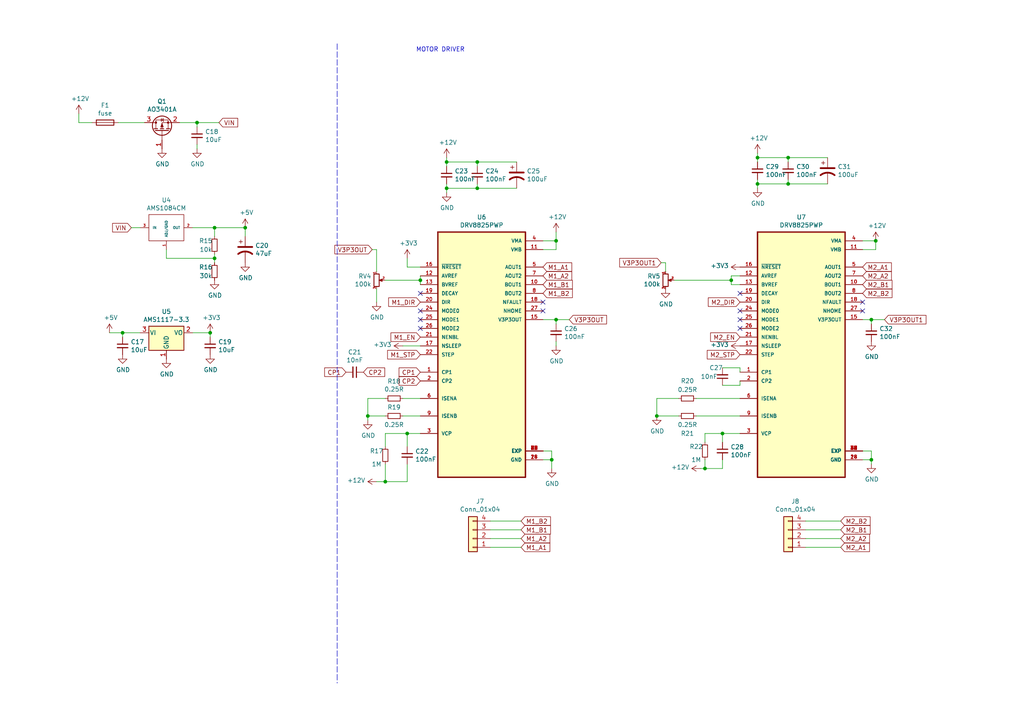
<source format=kicad_sch>
(kicad_sch (version 20211123) (generator eeschema)
  (paper "A4")
  (lib_symbols
    (symbol "Connector_Generic:Conn_01x04" (pin_names (offset 1.016) hide)
      (property "Reference" "J" (at 0 5.08 0))
      (property "Value" "Conn_01x04" (at 0 -7.62 0))
      (symbol "Conn_01x04_1_1"
        (rectangle (start -1.27 -4.953) (end 0 -5.207) (stroke (width 0.1524)))
        (rectangle (start -1.27 -2.413) (end 0 -2.667) (stroke (width 0.1524)))
        (rectangle (start -1.27 0.127) (end 0 -0.127) (stroke (width 0.1524)))
        (rectangle (start -1.27 2.667) (end 0 2.413) (stroke (width 0.1524)))
        (rectangle (start -1.27 3.81) (end 1.27 -6.35) (stroke (width 0.254)) (fill (type background)))
        (pin passive line (at -5.08 2.54 0) (length 3.81) (name "Pin_1") (number "1"))
        (pin passive line (at -5.08 0 0) (length 3.81) (name "Pin_2") (number "2"))
        (pin passive line (at -5.08 -2.54 0) (length 3.81) (name "Pin_3") (number "3"))
        (pin passive line (at -5.08 -5.08 0) (length 3.81) (name "Pin_4") (number "4"))
      )
    )
    (symbol "Device:CP1" (pin_numbers hide) (pin_names (offset 0.254) hide)
      (property "Reference" "C" (at 0.635 2.54 0))
      (property "Value" "Device_CP1" (at 0.635 -2.54 0))
      (symbol "CP1_0_1"
        (polyline (pts (xy -2.032 0.762) (xy 2.032 0.762)) (stroke (width 0.508)))
        (polyline (pts (xy -1.778 2.286) (xy -0.762 2.286)))
        (polyline (pts (xy -1.27 1.778) (xy -1.27 2.794)))
        (arc (start 2.032 -1.27) (mid 0 -0.5572) (end -2.032 -1.27) (stroke (width 0.508)))
      )
      (symbol "CP1_1_1"
        (pin passive line (at 0 3.81 270) (length 2.794) (name "~") (number "1"))
        (pin passive line (at 0 -3.81 90) (length 3.302) (name "~") (number "2"))
      )
    )
    (symbol "Device:C_Small" (pin_numbers hide) (pin_names (offset 0.254) hide)
      (property "Reference" "C" (at 0.254 1.778 0))
      (property "Value" "C_Small" (at 0.254 -2.032 0))
      (symbol "C_Small_0_1"
        (polyline (pts (xy -1.524 -0.508) (xy 1.524 -0.508)) (stroke (width 0.3302)))
        (polyline (pts (xy -1.524 0.508) (xy 1.524 0.508)) (stroke (width 0.3048)))
      )
      (symbol "C_Small_1_1"
        (pin passive line (at 0 2.54 270) (length 2.032) (name "~") (number "1"))
        (pin passive line (at 0 -2.54 90) (length 2.032) (name "~") (number "2"))
      )
    )
    (symbol "Device:Fuse" (pin_numbers hide) (pin_names (offset 0))
      (property "Reference" "F" (at 2.032 0 90))
      (property "Value" "Fuse" (at -1.905 0 90))
      (symbol "Fuse_0_1"
        (rectangle (start -0.762 -2.54) (end 0.762 2.54) (stroke (width 0.254)))
        (polyline (pts (xy 0 2.54) (xy 0 -2.54)))
      )
      (symbol "Fuse_1_1"
        (pin passive line (at 0 3.81 270) (length 1.27) (name "~") (number "1"))
        (pin passive line (at 0 -3.81 90) (length 1.27) (name "~") (number "2"))
      )
    )
    (symbol "Device:R_POT_Small" (pin_names (offset 1.016) hide)
      (property "Reference" "RV" (at -4.445 0 90))
      (property "Value" "Device_R_POT_Small" (at -2.54 0 90))
      (symbol "R_POT_Small_0_1"
        (polyline (pts (xy 0.889 0) (xy 0.635 0) (xy 1.651 0.381) (xy 1.651 -0.381) (xy 0.635 0) (xy 0.889 0)) (fill (type outline)))
        (rectangle (start 0.762 1.8034) (end -0.762 -1.8034) (stroke (width 0.254)))
      )
      (symbol "R_POT_Small_1_1"
        (pin passive line (at 0 2.54 270) (length 0.635) (name "1") (number "1"))
        (pin passive line (at 2.54 0 180) (length 0.9906) (name "2") (number "2"))
        (pin passive line (at 0 -2.54 90) (length 0.635) (name "3") (number "3"))
      )
    )
    (symbol "Device:R_Small" (pin_numbers hide) (pin_names (offset 0.254) hide)
      (property "Reference" "R" (at 0.762 0.508 0))
      (property "Value" "R_Small" (at 0.762 -1.016 0))
      (symbol "R_Small_0_1"
        (rectangle (start -0.762 1.778) (end 0.762 -1.778) (stroke (width 0.2032)))
      )
      (symbol "R_Small_1_1"
        (pin passive line (at 0 2.54 270) (length 0.762) (name "~") (number "1"))
        (pin passive line (at 0 -2.54 90) (length 0.762) (name "~") (number "2"))
      )
    )
    (symbol "MBR-rescue:AMS1084CM-kicad_my_own_lib" (pin_names (offset 1.016))
      (property "Reference" "U" (at 0 5.08 0))
      (property "Value" "AMS1084CM-kicad_my_own_lib" (at 0 -7.62 0))
      (symbol "AMS1084CM-kicad_my_own_lib_0_0"
        (rectangle (start 5.08 -3.81) (end -5.08 3.81))
      )
      (symbol "AMS1084CM-kicad_my_own_lib_1_0"
        (pin passive line (at 0 -6.35 90) (length 2.54) (name "ADJ/GND") (number "1"))
        (pin passive line (at 7.62 0 180) (length 2.54) (name "OUT") (number "2"))
        (pin passive line (at -7.62 0 0) (length 2.54) (name "IN") (number "3"))
      )
    )
    (symbol "MBR-rescue:DRV8825PWP-DRV8825PWP" (pin_names (offset 1.016))
      (property "Reference" "U" (at -12.7 36.5506 0))
      (property "Value" "DRV8825PWP-DRV8825PWP" (at -12.7 -39.5478 0))
      (symbol "DRV8825PWP-DRV8825PWP_0_0"
        (rectangle (start -12.7 -35.56) (end 12.7 35.56) (stroke (width 0.4064)) (fill (type background)))
        (pin bidirectional line (at -17.78 -5.08 0) (length 5.08) (name "CP1") (number "1"))
        (pin output line (at 17.78 20.32 180) (length 5.08) (name "BOUT1") (number "10"))
        (pin power_in line (at 17.78 30.48 180) (length 5.08) (name "VMB") (number "11"))
        (pin input line (at -17.78 22.86 0) (length 5.08) (name "AVREF") (number "12"))
        (pin input line (at -17.78 20.32 0) (length 5.08) (name "BVREF") (number "13"))
        (pin power_in line (at 17.78 -30.48 180) (length 5.08) (name "GND") (number "14"))
        (pin output line (at 17.78 10.16 180) (length 5.08) (name "V3P3OUT") (number "15"))
        (pin input line (at -17.78 25.4 0) (length 5.08) (name "~{NRESET}") (number "16"))
        (pin input line (at -17.78 2.54 0) (length 5.08) (name "NSLEEP") (number "17"))
        (pin output line (at 17.78 15.24 180) (length 5.08) (name "NFAULT") (number "18"))
        (pin input line (at -17.78 17.78 0) (length 5.08) (name "DECAY") (number "19"))
        (pin bidirectional line (at -17.78 -7.62 0) (length 5.08) (name "CP2") (number "2"))
        (pin input line (at -17.78 15.24 0) (length 5.08) (name "DIR") (number "20"))
        (pin input line (at -17.78 5.08 0) (length 5.08) (name "NENBL") (number "21"))
        (pin input line (at -17.78 0 0) (length 5.08) (name "STEP") (number "22"))
        (pin input line (at -17.78 12.7 0) (length 5.08) (name "MODE0") (number "24"))
        (pin input line (at -17.78 10.16 0) (length 5.08) (name "MODE1") (number "25"))
        (pin input line (at -17.78 7.62 0) (length 5.08) (name "MODE2") (number "26"))
        (pin output line (at 17.78 12.7 180) (length 5.08) (name "NHOME") (number "27"))
        (pin power_in line (at 17.78 -30.48 180) (length 5.08) (name "GND") (number "28"))
        (pin power_in line (at 17.78 -27.94 180) (length 5.08) (name "EXP") (number "29"))
        (pin bidirectional line (at -17.78 -22.86 0) (length 5.08) (name "VCP") (number "3"))
        (pin power_in line (at 17.78 -27.94 180) (length 5.08) (name "EXP") (number "30"))
        (pin power_in line (at 17.78 -27.94 180) (length 5.08) (name "EXP") (number "31"))
        (pin power_in line (at 17.78 -27.94 180) (length 5.08) (name "EXP") (number "32"))
        (pin power_in line (at 17.78 -27.94 180) (length 5.08) (name "EXP") (number "33"))
        (pin power_in line (at 17.78 -27.94 180) (length 5.08) (name "EXP") (number "34"))
        (pin power_in line (at 17.78 -27.94 180) (length 5.08) (name "EXP") (number "35"))
        (pin power_in line (at 17.78 -27.94 180) (length 5.08) (name "EXP") (number "36"))
        (pin power_in line (at 17.78 -27.94 180) (length 5.08) (name "EXP") (number "37"))
        (pin power_in line (at 17.78 -27.94 180) (length 5.08) (name "EXP") (number "38"))
        (pin power_in line (at 17.78 -27.94 180) (length 5.08) (name "EXP") (number "39"))
        (pin power_in line (at 17.78 33.02 180) (length 5.08) (name "VMA") (number "4"))
        (pin power_in line (at 17.78 -27.94 180) (length 5.08) (name "EXP") (number "40"))
        (pin power_in line (at 17.78 -27.94 180) (length 5.08) (name "EXP") (number "41"))
        (pin power_in line (at 17.78 -27.94 180) (length 5.08) (name "EXP") (number "42"))
        (pin power_in line (at 17.78 -27.94 180) (length 5.08) (name "EXP") (number "43"))
        (pin power_in line (at 17.78 -27.94 180) (length 5.08) (name "EXP") (number "44"))
        (pin power_in line (at 17.78 -27.94 180) (length 5.08) (name "EXP") (number "45"))
        (pin power_in line (at 17.78 -27.94 180) (length 5.08) (name "EXP") (number "46"))
        (pin power_in line (at 17.78 -27.94 180) (length 5.08) (name "EXP") (number "47"))
        (pin power_in line (at 17.78 -27.94 180) (length 5.08) (name "EXP") (number "48"))
        (pin power_in line (at 17.78 -27.94 180) (length 5.08) (name "EXP") (number "49"))
        (pin output line (at 17.78 25.4 180) (length 5.08) (name "AOUT1") (number "5"))
        (pin power_in line (at 17.78 -27.94 180) (length 5.08) (name "EXP") (number "50"))
        (pin bidirectional line (at -17.78 -12.7 0) (length 5.08) (name "ISENA") (number "6"))
        (pin output line (at 17.78 22.86 180) (length 5.08) (name "AOUT2") (number "7"))
        (pin output line (at 17.78 17.78 180) (length 5.08) (name "BOUT2") (number "8"))
        (pin bidirectional line (at -17.78 -17.78 0) (length 5.08) (name "ISENB") (number "9"))
      )
    )
    (symbol "Regulator_Linear:AMS1117-3.3" (pin_names (offset 0.254))
      (property "Reference" "U" (at -3.81 3.175 0))
      (property "Value" "AMS1117-3.3" (at 0 3.175 0))
      (symbol "AMS1117-3.3_0_1"
        (rectangle (start -5.08 -5.08) (end 5.08 1.905) (stroke (width 0.254)) (fill (type background)))
      )
      (symbol "AMS1117-3.3_1_1"
        (pin power_in line (at 0 -7.62 90) (length 2.54) (name "GND") (number "1"))
        (pin power_out line (at 7.62 0 180) (length 2.54) (name "VO") (number "2"))
        (pin power_in line (at -7.62 0 0) (length 2.54) (name "VI") (number "3"))
      )
    )
    (symbol "Transistor_FET:AO3401A" (pin_names hide)
      (property "Reference" "Q" (at 5.08 1.905 0))
      (property "Value" "AO3401A" (at 5.08 0 0))
      (symbol "AO3401A_0_1"
        (polyline (pts (xy 0.254 0) (xy -2.54 0)))
        (polyline (pts (xy 0.254 1.905) (xy 0.254 -1.905)) (stroke (width 0.254)))
        (polyline (pts (xy 0.762 -1.27) (xy 0.762 -2.286)) (stroke (width 0.254)))
        (polyline (pts (xy 0.762 0.508) (xy 0.762 -0.508)) (stroke (width 0.254)))
        (polyline (pts (xy 0.762 2.286) (xy 0.762 1.27)) (stroke (width 0.254)))
        (polyline (pts (xy 2.54 2.54) (xy 2.54 1.778)))
        (polyline (pts (xy 2.54 -2.54) (xy 2.54 0) (xy 0.762 0)))
        (polyline (pts (xy 0.762 1.778) (xy 3.302 1.778) (xy 3.302 -1.778) (xy 0.762 -1.778)))
        (polyline (pts (xy 2.286 0) (xy 1.27 0.381) (xy 1.27 -0.381) (xy 2.286 0)) (fill (type outline)))
        (polyline (pts (xy 2.794 -0.508) (xy 2.921 -0.381) (xy 3.683 -0.381) (xy 3.81 -0.254)))
        (polyline (pts (xy 3.302 -0.381) (xy 2.921 0.254) (xy 3.683 0.254) (xy 3.302 -0.381)))
        (circle (center 1.651 0) (radius 2.794) (stroke (width 0.254)))
        (circle (center 2.54 -1.778) (radius 0.254) (fill (type outline)))
        (circle (center 2.54 1.778) (radius 0.254) (fill (type outline)))
      )
      (symbol "AO3401A_1_1"
        (pin input line (at -5.08 0 0) (length 2.54) (name "G") (number "1"))
        (pin passive line (at 2.54 -5.08 90) (length 2.54) (name "S") (number "2"))
        (pin passive line (at 2.54 5.08 270) (length 2.54) (name "D") (number "3"))
      )
    )
    (symbol "power:+12V" (power) (pin_names (offset 0))
      (property "Value" "+12V" (at 0 3.556 0))
      (symbol "+12V_0_1"
        (polyline (pts (xy -0.762 1.27) (xy 0 2.54)))
        (polyline (pts (xy 0 0) (xy 0 2.54)))
        (polyline (pts (xy 0 2.54) (xy 0.762 1.27)))
      )
      (symbol "+12V_1_1"
        (pin power_in line (at 0 0 90) (length 0) hide (name "+12V") (number "1"))
      )
    )
    (symbol "power:+3.3V" (power) (pin_names (offset 0))
      (property "Value" "+3.3V" (at 0 3.556 0))
      (symbol "+3.3V_0_1"
        (polyline (pts (xy -0.762 1.27) (xy 0 2.54)))
        (polyline (pts (xy 0 0) (xy 0 2.54)))
        (polyline (pts (xy 0 2.54) (xy 0.762 1.27)))
      )
      (symbol "+3.3V_1_1"
        (pin power_in line (at 0 0 90) (length 0) hide (name "+3V3") (number "1"))
      )
    )
    (symbol "power:+5V" (power) (pin_names (offset 0))
      (property "Value" "+5V" (at 0 3.556 0))
      (symbol "+5V_0_1"
        (polyline (pts (xy -0.762 1.27) (xy 0 2.54)))
        (polyline (pts (xy 0 0) (xy 0 2.54)))
        (polyline (pts (xy 0 2.54) (xy 0.762 1.27)))
      )
      (symbol "+5V_1_1"
        (pin power_in line (at 0 0 90) (length 0) hide (name "+5V") (number "1"))
      )
    )
    (symbol "power:GND" (power) (pin_names (offset 0))
      (property "Value" "GND" (at 0 -3.81 0))
      (symbol "GND_0_1"
        (polyline (pts (xy 0 0) (xy 0 -1.27) (xy 1.27 -1.27) (xy 0 -2.54) (xy -1.27 -1.27) (xy 0 -1.27)))
      )
      (symbol "GND_1_1"
        (pin power_in line (at 0 0 270) (length 0) hide (name "GND") (number "1"))
      )
    )
  )
  (junction (at 71.12 66.04))
  (junction (at 160.02 133.35))
  (junction (at 209.55 125.73))
  (junction (at 111.76 139.7))
  (junction (at 252.73 92.71))
  (junction (at 60.96 96.52))
  (junction (at 62.23 74.93))
  (junction (at 121.92 81.28))
  (junction (at 190.5 120.65))
  (junction (at 219.71 53.34))
  (junction (at 35.56 96.52))
  (junction (at 57.15 35.56))
  (junction (at 62.23 66.04))
  (junction (at 219.71 45.72))
  (junction (at 252.73 133.35))
  (junction (at 161.29 69.85))
  (junction (at 228.6 53.34))
  (junction (at 138.43 46.99))
  (junction (at 129.54 54.61))
  (junction (at 254 69.85))
  (junction (at 161.29 92.71))
  (junction (at 118.11 125.73))
  (junction (at 204.47 135.89))
  (junction (at 212.09 81.28))
  (junction (at 228.6 45.72))
  (junction (at 138.43 54.61))
  (junction (at 129.54 46.99))
  (junction (at 106.68 120.65))
  (no_connect (at 121.92 95.25))
  (no_connect (at 121.92 90.17))
  (no_connect (at 157.48 87.63))
  (no_connect (at 214.63 95.25))
  (no_connect (at 214.63 85.09))
  (no_connect (at 157.48 90.17))
  (no_connect (at 121.92 85.09))
  (no_connect (at 214.63 92.71))
  (no_connect (at 214.63 90.17))
  (no_connect (at 250.19 87.63))
  (no_connect (at 121.92 92.71))
  (no_connect (at 250.19 90.17))
  (wire (pts (xy 129.54 54.61) (xy 129.54 53.34)))
  (wire (pts (xy 57.15 35.56) (xy 63.5 35.56)))
  (wire (pts (xy 129.54 46.99) (xy 138.43 46.99)))
  (wire (pts (xy 71.12 66.04) (xy 71.12 68.58)))
  (wire (pts (xy 31.75 96.52) (xy 35.56 96.52)))
  (wire (pts (xy 209.55 135.89) (xy 204.47 135.89)))
  (wire (pts (xy 62.23 74.93) (xy 62.23 76.2)))
  (wire (pts (xy 138.43 54.61) (xy 138.43 53.34)))
  (wire (pts (xy 157.48 133.35) (xy 160.02 133.35)))
  (wire (pts (xy 252.73 92.71) (xy 250.19 92.71)))
  (wire (pts (xy 116.84 120.65) (xy 121.92 120.65)))
  (wire (pts (xy 62.23 66.04) (xy 62.23 68.58)))
  (wire (pts (xy 35.56 97.79) (xy 35.56 96.52)))
  (wire (pts (xy 129.54 54.61) (xy 138.43 54.61)))
  (wire (pts (xy 118.11 134.62) (xy 118.11 139.7)))
  (wire (pts (xy 161.29 92.71) (xy 157.48 92.71)))
  (wire (pts (xy 219.71 53.34) (xy 219.71 52.07)))
  (wire (pts (xy 142.24 153.67) (xy 151.13 153.67)))
  (wire (pts (xy 256.54 92.71) (xy 252.73 92.71)))
  (polyline (pts (xy 97.79 12.7) (xy 97.79 198.12)))
  (wire (pts (xy 60.96 96.52) (xy 60.96 97.79)))
  (wire (pts (xy 204.47 135.89) (xy 203.2 135.89)))
  (wire (pts (xy 57.15 36.83) (xy 57.15 35.56)))
  (wire (pts (xy 121.92 100.33) (xy 116.84 100.33)))
  (wire (pts (xy 212.09 81.28) (xy 212.09 80.01)))
  (wire (pts (xy 233.68 156.21) (xy 243.84 156.21)))
  (wire (pts (xy 22.86 35.56) (xy 22.86 33.02)))
  (wire (pts (xy 57.15 41.91) (xy 57.15 43.18)))
  (wire (pts (xy 228.6 46.99) (xy 228.6 45.72)))
  (wire (pts (xy 219.71 45.72) (xy 219.71 46.99)))
  (wire (pts (xy 62.23 74.93) (xy 48.26 74.93)))
  (wire (pts (xy 193.04 76.2) (xy 193.04 78.74)))
  (wire (pts (xy 109.22 72.39) (xy 109.22 78.74)))
  (wire (pts (xy 62.23 73.66) (xy 62.23 74.93)))
  (wire (pts (xy 55.88 96.52) (xy 60.96 96.52)))
  (wire (pts (xy 35.56 96.52) (xy 40.64 96.52)))
  (wire (pts (xy 219.71 54.61) (xy 219.71 53.34)))
  (wire (pts (xy 254 72.39) (xy 254 69.85)))
  (wire (pts (xy 121.92 81.28) (xy 121.92 82.55)))
  (wire (pts (xy 142.24 151.13) (xy 151.13 151.13)))
  (wire (pts (xy 228.6 53.34) (xy 228.6 52.07)))
  (wire (pts (xy 138.43 54.61) (xy 149.86 54.61)))
  (wire (pts (xy 142.24 158.75) (xy 151.13 158.75)))
  (wire (pts (xy 138.43 48.26) (xy 138.43 46.99)))
  (wire (pts (xy 48.26 74.93) (xy 48.26 72.39)))
  (wire (pts (xy 243.84 158.75) (xy 233.68 158.75)))
  (wire (pts (xy 219.71 44.45) (xy 219.71 45.72)))
  (wire (pts (xy 252.73 133.35) (xy 252.73 134.62)))
  (wire (pts (xy 250.19 130.81) (xy 252.73 130.81)))
  (wire (pts (xy 34.29 35.56) (xy 41.91 35.56)))
  (wire (pts (xy 129.54 45.72) (xy 129.54 46.99)))
  (wire (pts (xy 111.76 139.7) (xy 109.22 139.7)))
  (wire (pts (xy 191.77 76.2) (xy 193.04 76.2)))
  (wire (pts (xy 118.11 77.47) (xy 121.92 77.47)))
  (wire (pts (xy 129.54 46.99) (xy 129.54 48.26)))
  (wire (pts (xy 212.09 81.28) (xy 195.58 81.28)))
  (wire (pts (xy 26.67 35.56) (xy 22.86 35.56)))
  (wire (pts (xy 214.63 111.76) (xy 209.55 111.76)))
  (wire (pts (xy 196.85 115.57) (xy 190.5 115.57)))
  (wire (pts (xy 204.47 125.73) (xy 209.55 125.73)))
  (wire (pts (xy 161.29 93.98) (xy 161.29 92.71)))
  (wire (pts (xy 121.92 80.01) (xy 121.92 81.28)))
  (wire (pts (xy 214.63 82.55) (xy 212.09 82.55)))
  (wire (pts (xy 250.19 72.39) (xy 254 72.39)))
  (wire (pts (xy 118.11 129.54) (xy 118.11 125.73)))
  (wire (pts (xy 228.6 45.72) (xy 240.03 45.72)))
  (wire (pts (xy 118.11 125.73) (xy 111.76 125.73)))
  (wire (pts (xy 214.63 115.57) (xy 201.93 115.57)))
  (wire (pts (xy 214.63 106.68) (xy 214.63 107.95)))
  (wire (pts (xy 228.6 53.34) (xy 240.03 53.34)))
  (wire (pts (xy 62.23 66.04) (xy 71.12 66.04)))
  (wire (pts (xy 204.47 128.27) (xy 204.47 125.73)))
  (wire (pts (xy 214.63 125.73) (xy 209.55 125.73)))
  (wire (pts (xy 161.29 67.31) (xy 161.29 69.85)))
  (wire (pts (xy 121.92 125.73) (xy 118.11 125.73)))
  (wire (pts (xy 204.47 133.35) (xy 204.47 135.89)))
  (wire (pts (xy 165.1 92.71) (xy 161.29 92.71)))
  (wire (pts (xy 52.07 35.56) (xy 57.15 35.56)))
  (wire (pts (xy 209.55 133.35) (xy 209.55 135.89)))
  (wire (pts (xy 106.68 120.65) (xy 111.76 120.65)))
  (wire (pts (xy 142.24 156.21) (xy 151.13 156.21)))
  (wire (pts (xy 212.09 80.01) (xy 214.63 80.01)))
  (wire (pts (xy 111.76 125.73) (xy 111.76 129.54)))
  (wire (pts (xy 157.48 69.85) (xy 161.29 69.85)))
  (wire (pts (xy 109.22 87.63) (xy 109.22 83.82)))
  (wire (pts (xy 250.19 69.85) (xy 254 69.85)))
  (wire (pts (xy 161.29 72.39) (xy 157.48 72.39)))
  (wire (pts (xy 106.68 120.65) (xy 106.68 121.92)))
  (wire (pts (xy 40.64 66.04) (xy 38.1 66.04)))
  (wire (pts (xy 252.73 93.98) (xy 252.73 92.71)))
  (wire (pts (xy 160.02 130.81) (xy 160.02 133.35)))
  (wire (pts (xy 111.76 115.57) (xy 106.68 115.57)))
  (wire (pts (xy 118.11 139.7) (xy 111.76 139.7)))
  (wire (pts (xy 252.73 130.81) (xy 252.73 133.35)))
  (wire (pts (xy 55.88 66.04) (xy 62.23 66.04)))
  (wire (pts (xy 160.02 133.35) (xy 160.02 135.89)))
  (wire (pts (xy 212.09 82.55) (xy 212.09 81.28)))
  (wire (pts (xy 107.95 72.39) (xy 109.22 72.39)))
  (wire (pts (xy 190.5 115.57) (xy 190.5 120.65)))
  (wire (pts (xy 219.71 45.72) (xy 228.6 45.72)))
  (wire (pts (xy 111.76 81.28) (xy 121.92 81.28)))
  (wire (pts (xy 157.48 130.81) (xy 160.02 130.81)))
  (wire (pts (xy 161.29 69.85) (xy 161.29 72.39)))
  (wire (pts (xy 106.68 115.57) (xy 106.68 120.65)))
  (wire (pts (xy 209.55 106.68) (xy 214.63 106.68)))
  (wire (pts (xy 111.76 134.62) (xy 111.76 139.7)))
  (wire (pts (xy 233.68 151.13) (xy 243.84 151.13)))
  (wire (pts (xy 161.29 99.06) (xy 161.29 100.33)))
  (wire (pts (xy 196.85 120.65) (xy 190.5 120.65)))
  (wire (pts (xy 243.84 153.67) (xy 233.68 153.67)))
  (wire (pts (xy 118.11 74.93) (xy 118.11 77.47)))
  (wire (pts (xy 209.55 125.73) (xy 209.55 128.27)))
  (wire (pts (xy 129.54 55.88) (xy 129.54 54.61)))
  (wire (pts (xy 214.63 120.65) (xy 201.93 120.65)))
  (wire (pts (xy 138.43 46.99) (xy 149.86 46.99)))
  (wire (pts (xy 214.63 110.49) (xy 214.63 111.76)))
  (wire (pts (xy 250.19 133.35) (xy 252.73 133.35)))
  (wire (pts (xy 219.71 53.34) (xy 228.6 53.34)))
  (wire (pts (xy 116.84 115.57) (xy 121.92 115.57)))
  (text "MOTOR DRIVER\n" (at 120.65 15.24 0) (effects (font (size 1.27 1.27)) (justify left bottom)))
  (global_label "M2_A2" (shape input) (at 250.19 80.01 0) (property "Intersheet References" "${INTERSHEET_REFS}" (effects hide)))
  (global_label "CP1" (shape input) (at 100.33 107.95 180) (property "Intersheet References" "${INTERSHEET_REFS}" (effects hide)))
  (global_label "M2_STP" (shape input) (at 214.63 102.87 180) (property "Intersheet References" "${INTERSHEET_REFS}" (effects hide)))
  (global_label "V3P3OUT1" (shape input) (at 191.77 76.2 180) (property "Intersheet References" "${INTERSHEET_REFS}" (effects hide)))
  (global_label "M1_STP" (shape input) (at 121.92 102.87 180) (property "Intersheet References" "${INTERSHEET_REFS}" (effects hide)))
  (global_label "V3P3OUT" (shape input) (at 107.95 72.39 180) (property "Intersheet References" "${INTERSHEET_REFS}" (effects hide)))
  (global_label "M1_A2" (shape input) (at 151.13 156.21 0) (property "Intersheet References" "${INTERSHEET_REFS}" (effects hide)))
  (global_label "M1_DIR" (shape input) (at 121.92 87.63 180) (property "Intersheet References" "${INTERSHEET_REFS}" (effects hide)))
  (global_label "M2_A1" (shape input) (at 250.19 77.47 0) (property "Intersheet References" "${INTERSHEET_REFS}" (effects hide)))
  (global_label "M2_B1" (shape input) (at 243.84 153.67 0) (property "Intersheet References" "${INTERSHEET_REFS}" (effects hide)))
  (global_label "VIN" (shape input) (at 63.5 35.56 0) (property "Intersheet References" "${INTERSHEET_REFS}" (effects hide)))
  (global_label "M2_B2" (shape input) (at 243.84 151.13 0) (property "Intersheet References" "${INTERSHEET_REFS}" (effects hide)))
  (global_label "M1_B2" (shape input) (at 157.48 85.09 0) (property "Intersheet References" "${INTERSHEET_REFS}" (effects hide)))
  (global_label "M1_B2" (shape input) (at 151.13 151.13 0) (property "Intersheet References" "${INTERSHEET_REFS}" (effects hide)))
  (global_label "M2_A1" (shape input) (at 243.84 158.75 0) (property "Intersheet References" "${INTERSHEET_REFS}" (effects hide)))
  (global_label "V3P3OUT" (shape input) (at 165.1 92.71 0) (property "Intersheet References" "${INTERSHEET_REFS}" (effects hide)))
  (global_label "M2_B2" (shape input) (at 250.19 85.09 0) (property "Intersheet References" "${INTERSHEET_REFS}" (effects hide)))
  (global_label "CP2" (shape input) (at 105.41 107.95 0) (property "Intersheet References" "${INTERSHEET_REFS}" (effects hide)))
  (global_label "M1_A2" (shape input) (at 157.48 80.01 0) (property "Intersheet References" "${INTERSHEET_REFS}" (effects hide)))
  (global_label "M1_EN" (shape input) (at 121.92 97.79 180) (property "Intersheet References" "${INTERSHEET_REFS}" (effects hide)))
  (global_label "M2_B1" (shape input) (at 250.19 82.55 0) (property "Intersheet References" "${INTERSHEET_REFS}" (effects hide)))
  (global_label "M1_A1" (shape input) (at 151.13 158.75 0) (property "Intersheet References" "${INTERSHEET_REFS}" (effects hide)))
  (global_label "M2_A2" (shape input) (at 243.84 156.21 0) (property "Intersheet References" "${INTERSHEET_REFS}" (effects hide)))
  (global_label "VIN" (shape input) (at 38.1 66.04 180) (property "Intersheet References" "${INTERSHEET_REFS}" (effects hide)))
  (global_label "M1_A1" (shape input) (at 157.48 77.47 0) (property "Intersheet References" "${INTERSHEET_REFS}" (effects hide)))
  (global_label "CP2" (shape input) (at 121.92 110.49 180) (property "Intersheet References" "${INTERSHEET_REFS}" (effects hide)))
  (global_label "CP1" (shape input) (at 121.92 107.95 180) (property "Intersheet References" "${INTERSHEET_REFS}" (effects hide)))
  (global_label "M1_B1" (shape input) (at 151.13 153.67 0) (property "Intersheet References" "${INTERSHEET_REFS}" (effects hide)))
  (global_label "M1_B1" (shape input) (at 157.48 82.55 0) (property "Intersheet References" "${INTERSHEET_REFS}" (effects hide)))
  (global_label "V3P3OUT1" (shape input) (at 256.54 92.71 0) (property "Intersheet References" "${INTERSHEET_REFS}" (effects hide)))
  (global_label "M2_DIR" (shape input) (at 214.63 87.63 180) (property "Intersheet References" "${INTERSHEET_REFS}" (effects hide)))
  (global_label "M2_EN" (shape input) (at 214.63 97.79 180) (property "Intersheet References" "${INTERSHEET_REFS}" (effects hide)))
  (symbol (lib_id "MBR-rescue:DRV8825PWP-DRV8825PWP") (at 139.7 102.87 0) (unit 1)
    (property "Reference" "U6" (at 139.7 62.992 0))
    (property "Value" "DRV8825PWP" (at 139.7 65.3034 0))
    (property "Footprint" "My_Kicad_library:IC_TPS61196PWPRQ1" (effects hide))
    (property "MF" "Texas Instruments" (effects hide))
    (property "MOUSER-PURCHASE-URL" "https://snapeda.com/shop?store=Mouser&id=52585" (effects hide))
    (property "PRICE" "None" (effects hide))
    (property "AVAILABILITY" "Good" (effects hide))
    (property "PACKAGE" "HTSSOP-28 Texas Instruments" (effects hide))
    (property "MP" "DRV8825PWP" (effects hide))
    (property "TEXAS_INSTRUMENTS-PURCHASE-URL" "https://snapeda.com/shop?store=Texas+Instruments&id=52585" (effects hide))
    (property "DESCRIPTION" "45-V, 2.5-A bipolar stepper motor driver with current regulation and 1/32 microstepping 28-HTSSOP -40 to 85" (effects hide))
    (property "DIGIKEY-PURCHASE-URL" "https://snapeda.com/shop?store=DigiKey&id=52585" (effects hide))
  )
  (symbol (lib_id "Device:R_Small") (at 114.3 115.57 270) (unit 1)
    (property "Reference" "R18" (at 114.3 110.5916 90))
    (property "Value" "0.25R" (at 114.3 112.903 90))
    (property "Footprint" "Resistor_SMD:R_0805_2012Metric" (effects hide))
  )
  (symbol (lib_id "Device:R_Small") (at 114.3 120.65 270) (unit 1)
    (property "Reference" "R19" (at 114.3 118.11 90))
    (property "Value" "0.25R" (at 114.3 123.19 90))
    (property "Footprint" "Resistor_SMD:R_0805_2012Metric" (effects hide))
  )
  (symbol (lib_id "power:GND") (at 106.68 121.92 0) (unit 1)
    (property "Reference" "#PWR072" (effects hide))
    (property "Value" "GND" (at 106.807 126.3142 0))
  )
  (symbol (lib_id "Device:CP1") (at 149.86 50.8 0) (unit 1)
    (property "Reference" "C25" (at 152.781 49.6316 0) (effects (justify left)))
    (property "Value" "100uF" (at 152.781 51.943 0) (effects (justify left)))
    (property "Footprint" "Capacitor_SMD:CP_Elec_8x10" (effects hide))
  )
  (symbol (lib_id "Device:C_Small") (at 129.54 50.8 0) (unit 1)
    (property "Reference" "C23" (at 131.8768 49.6316 0) (effects (justify left)))
    (property "Value" "100nF" (at 131.8768 51.943 0) (effects (justify left)))
    (property "Footprint" "Capacitor_SMD:C_0603_1608Metric" (effects hide))
  )
  (symbol (lib_id "Device:C_Small") (at 138.43 50.8 0) (unit 1)
    (property "Reference" "C24" (at 140.7668 49.6316 0) (effects (justify left)))
    (property "Value" "100nF" (at 140.7668 51.943 0) (effects (justify left)))
    (property "Footprint" "Capacitor_SMD:C_0603_1608Metric" (effects hide))
  )
  (symbol (lib_id "power:+12V") (at 129.54 45.72 0) (unit 1)
    (property "Reference" "#PWR077" (effects hide))
    (property "Value" "+12V" (at 129.921 41.3258 0))
  )
  (symbol (lib_id "power:GND") (at 129.54 55.88 0) (unit 1)
    (property "Reference" "#PWR078" (effects hide))
    (property "Value" "GND" (at 129.667 60.2742 0))
  )
  (symbol (lib_id "power:+12V") (at 161.29 67.31 0) (unit 1)
    (property "Reference" "#PWR080" (effects hide))
    (property "Value" "+12V" (at 161.671 62.9158 0))
  )
  (symbol (lib_id "Device:C_Small") (at 102.87 107.95 270) (unit 1)
    (property "Reference" "C21" (at 102.87 102.1334 90))
    (property "Value" "10nF" (at 102.87 104.4448 90))
    (property "Footprint" "Capacitor_SMD:C_0603_1608Metric" (effects hide))
  )
  (symbol (lib_id "power:GND") (at 109.22 87.63 0) (unit 1)
    (property "Reference" "#PWR073" (effects hide))
    (property "Value" "GND" (at 109.347 92.0242 0))
  )
  (symbol (lib_id "Device:R_Small") (at 111.76 132.08 180) (unit 1)
    (property "Reference" "R17" (at 109.22 130.81 0))
    (property "Value" "1M" (at 109.22 134.62 0))
    (property "Footprint" "Resistor_SMD:R_0603_1608Metric" (effects hide))
  )
  (symbol (lib_id "Device:C_Small") (at 118.11 132.08 0) (unit 1)
    (property "Reference" "C22" (at 120.4468 130.9116 0) (effects (justify left)))
    (property "Value" "100nF" (at 120.4468 133.223 0) (effects (justify left)))
    (property "Footprint" "Capacitor_SMD:C_0603_1608Metric" (effects hide))
  )
  (symbol (lib_id "power:+12V") (at 109.22 139.7 90) (unit 1)
    (property "Reference" "#PWR074" (effects hide))
    (property "Value" "+12V" (at 105.9688 139.319 90) (effects (justify left)))
  )
  (symbol (lib_id "power:GND") (at 160.02 135.89 0) (unit 1)
    (property "Reference" "#PWR079" (effects hide))
    (property "Value" "GND" (at 160.147 140.2842 0))
  )
  (symbol (lib_id "Device:C_Small") (at 161.29 96.52 0) (unit 1)
    (property "Reference" "C26" (at 163.6268 95.3516 0) (effects (justify left)))
    (property "Value" "100nF" (at 163.6268 97.663 0) (effects (justify left)))
    (property "Footprint" "Capacitor_SMD:C_0603_1608Metric" (effects hide))
  )
  (symbol (lib_id "power:GND") (at 161.29 100.33 0) (unit 1)
    (property "Reference" "#PWR081" (effects hide))
    (property "Value" "GND" (at 161.417 104.7242 0))
  )
  (symbol (lib_id "power:+3.3V") (at 118.11 74.93 0) (unit 1)
    (property "Reference" "#PWR076" (effects hide))
    (property "Value" "+3.3V" (at 118.491 70.5358 0))
  )
  (symbol (lib_id "power:+3.3V") (at 116.84 100.33 90) (unit 1)
    (property "Reference" "#PWR075" (effects hide))
    (property "Value" "+3.3V" (at 113.5888 99.949 90) (effects (justify left)))
  )
  (symbol (lib_id "Device:R_POT_Small") (at 109.22 81.28 0) (unit 1)
    (property "Reference" "RV4" (at 107.7214 80.1116 0) (effects (justify right)))
    (property "Value" "100k" (at 107.7214 82.423 0) (effects (justify right)))
    (property "Footprint" "Potentiometer_SMD:Potentiometer_Bourns_TC33X_Vertical" (effects hide))
  )
  (symbol (lib_id "Device:CP1") (at 240.03 49.53 0) (unit 1)
    (property "Reference" "C31" (at 242.951 48.3616 0) (effects (justify left)))
    (property "Value" "100uF" (at 242.951 50.673 0) (effects (justify left)))
    (property "Footprint" "Capacitor_SMD:CP_Elec_8x10" (effects hide))
  )
  (symbol (lib_id "Device:C_Small") (at 219.71 49.53 0) (unit 1)
    (property "Reference" "C29" (at 222.0468 48.3616 0) (effects (justify left)))
    (property "Value" "100nF" (at 222.0468 50.673 0) (effects (justify left)))
    (property "Footprint" "Capacitor_SMD:C_0603_1608Metric" (effects hide))
  )
  (symbol (lib_id "Device:C_Small") (at 228.6 49.53 0) (unit 1)
    (property "Reference" "C30" (at 230.9368 48.3616 0) (effects (justify left)))
    (property "Value" "100nF" (at 230.9368 50.673 0) (effects (justify left)))
    (property "Footprint" "Capacitor_SMD:C_0603_1608Metric" (effects hide))
  )
  (symbol (lib_id "power:+12V") (at 219.71 44.45 0) (unit 1)
    (property "Reference" "#PWR087" (effects hide))
    (property "Value" "+12V" (at 220.091 40.0558 0))
  )
  (symbol (lib_id "power:GND") (at 219.71 54.61 0) (unit 1)
    (property "Reference" "#PWR088" (effects hide))
    (property "Value" "GND" (at 219.837 59.0042 0))
  )
  (symbol (lib_id "MBR-rescue:DRV8825PWP-DRV8825PWP") (at 232.41 102.87 0) (unit 1)
    (property "Reference" "U7" (at 232.41 62.992 0))
    (property "Value" "DRV8825PWP" (at 232.41 65.3034 0))
    (property "Footprint" "My_Kicad_library:IC_TPS61196PWPRQ1" (effects hide))
    (property "MF" "Texas Instruments" (effects hide))
    (property "MOUSER-PURCHASE-URL" "https://snapeda.com/shop?store=Mouser&id=52585" (effects hide))
    (property "PRICE" "None" (effects hide))
    (property "AVAILABILITY" "Good" (effects hide))
    (property "PACKAGE" "HTSSOP-28 Texas Instruments" (effects hide))
    (property "MP" "DRV8825PWP" (effects hide))
    (property "TEXAS_INSTRUMENTS-PURCHASE-URL" "https://snapeda.com/shop?store=Texas+Instruments&id=52585" (effects hide))
    (property "DESCRIPTION" "45-V, 2.5-A bipolar stepper motor driver with current regulation and 1/32 microstepping 28-HTSSOP -40 to 85" (effects hide))
    (property "DIGIKEY-PURCHASE-URL" "https://snapeda.com/shop?store=DigiKey&id=52585" (effects hide))
  )
  (symbol (lib_id "power:GND") (at 252.73 134.62 0) (unit 1)
    (property "Reference" "#PWR090" (effects hide))
    (property "Value" "GND" (at 252.857 139.0142 0))
  )
  (symbol (lib_id "Device:C_Small") (at 209.55 130.81 0) (unit 1)
    (property "Reference" "C28" (at 211.8868 129.6416 0) (effects (justify left)))
    (property "Value" "100nF" (at 211.8868 131.953 0) (effects (justify left)))
    (property "Footprint" "Capacitor_SMD:C_0603_1608Metric" (effects hide))
  )
  (symbol (lib_id "Device:R_Small") (at 204.47 130.81 180) (unit 1)
    (property "Reference" "R22" (at 201.93 129.54 0))
    (property "Value" "1M" (at 201.93 133.35 0))
    (property "Footprint" "Resistor_SMD:R_0603_1608Metric" (effects hide))
  )
  (symbol (lib_id "power:+12V") (at 203.2 135.89 90) (unit 1)
    (property "Reference" "#PWR084" (effects hide))
    (property "Value" "+12V" (at 199.9488 135.509 90) (effects (justify left)))
  )
  (symbol (lib_id "Device:R_Small") (at 199.39 120.65 270) (unit 1)
    (property "Reference" "R21" (at 199.39 125.73 90))
    (property "Value" "0.25R" (at 199.39 123.19 90))
    (property "Footprint" "Resistor_SMD:R_0805_2012Metric" (effects hide))
  )
  (symbol (lib_id "Device:R_Small") (at 199.39 115.57 270) (unit 1)
    (property "Reference" "R20" (at 199.39 110.49 90))
    (property "Value" "0.25R" (at 199.39 113.03 90))
    (property "Footprint" "Resistor_SMD:R_0805_2012Metric" (effects hide))
  )
  (symbol (lib_id "power:GND") (at 190.5 120.65 0) (unit 1)
    (property "Reference" "#PWR082" (effects hide))
    (property "Value" "GND" (at 190.627 125.0442 0))
  )
  (symbol (lib_id "Device:C_Small") (at 209.55 109.22 180) (unit 1)
    (property "Reference" "C27" (at 205.74 106.68 0) (effects (justify right)))
    (property "Value" "10nF" (at 203.2 109.22 0) (effects (justify right)))
    (property "Footprint" "Capacitor_SMD:C_0603_1608Metric" (effects hide))
  )
  (symbol (lib_id "power:+3.3V") (at 214.63 100.33 90) (unit 1)
    (property "Reference" "#PWR086" (effects hide))
    (property "Value" "+3.3V" (at 211.3788 99.949 90) (effects (justify left)))
  )
  (symbol (lib_id "Device:R_POT_Small") (at 193.04 81.28 0) (unit 1)
    (property "Reference" "RV5" (at 191.5414 80.1116 0) (effects (justify right)))
    (property "Value" "100k" (at 191.5414 82.423 0) (effects (justify right)))
    (property "Footprint" "Potentiometer_SMD:Potentiometer_Bourns_TC33X_Vertical" (effects hide))
  )
  (symbol (lib_id "power:GND") (at 193.04 83.82 0) (unit 1)
    (property "Reference" "#PWR083" (effects hide))
    (property "Value" "GND" (at 193.167 88.2142 0))
  )
  (symbol (lib_id "power:+3.3V") (at 214.63 77.47 90) (unit 1)
    (property "Reference" "#PWR085" (effects hide))
    (property "Value" "+3.3V" (at 211.3788 77.089 90) (effects (justify left)))
  )
  (symbol (lib_id "Device:C_Small") (at 252.73 96.52 0) (unit 1)
    (property "Reference" "C32" (at 255.0668 95.3516 0) (effects (justify left)))
    (property "Value" "100nF" (at 255.0668 97.663 0) (effects (justify left)))
    (property "Footprint" "Capacitor_SMD:C_0603_1608Metric" (effects hide))
  )
  (symbol (lib_id "power:GND") (at 252.73 99.06 0) (unit 1)
    (property "Reference" "#PWR089" (effects hide))
    (property "Value" "GND" (at 252.857 103.4542 0))
  )
  (symbol (lib_id "power:+12V") (at 254 69.85 0) (unit 1)
    (property "Reference" "#PWR091" (effects hide))
    (property "Value" "+12V" (at 254.381 65.4558 0))
  )
  (symbol (lib_id "power:+12V") (at 22.86 33.02 0) (unit 1)
    (property "Reference" "#PWR061" (effects hide))
    (property "Value" "+12V" (at 23.241 28.6258 0))
  )
  (symbol (lib_id "Device:Fuse") (at 30.48 35.56 270) (unit 1)
    (property "Reference" "F1" (at 30.48 30.5562 90))
    (property "Value" "fuse" (at 30.48 32.8676 90))
    (property "Footprint" "Fuse:Fuse_1812_4532Metric" (effects hide))
  )
  (symbol (lib_id "Transistor_FET:AO3401A") (at 46.99 38.1 90) (unit 1)
    (property "Reference" "Q1" (at 46.99 29.4132 90))
    (property "Value" "AO3401A" (at 46.99 31.7246 90))
    (property "Footprint" "Package_TO_SOT_SMD:SOT-23" (effects hide))
    (property "Datasheet" "http://www.aosmd.com/pdfs/datasheet/AO3401A.pdf" (effects hide))
  )
  (symbol (lib_id "power:GND") (at 46.99 43.18 0) (unit 1)
    (property "Reference" "#PWR064" (effects hide))
    (property "Value" "GND" (at 47.117 47.5742 0))
  )
  (symbol (lib_id "Device:C_Small") (at 57.15 39.37 0) (unit 1)
    (property "Reference" "C18" (at 59.4868 38.2016 0) (effects (justify left)))
    (property "Value" "10uF" (at 59.4868 40.513 0) (effects (justify left)))
    (property "Footprint" "Capacitor_SMD:C_0805_2012Metric" (effects hide))
  )
  (symbol (lib_id "power:GND") (at 57.15 43.18 0) (unit 1)
    (property "Reference" "#PWR066" (effects hide))
    (property "Value" "GND" (at 57.277 47.5742 0))
  )
  (symbol (lib_id "MBR-rescue:AMS1084CM-kicad_my_own_lib") (at 48.26 66.04 0) (unit 1)
    (property "Reference" "U4" (at 48.26 58.039 0))
    (property "Value" "AMS1084CM" (at 48.26 60.3504 0))
    (property "Footprint" "Package_TO_SOT_SMD:TO-263-3_TabPin4" (effects hide))
  )
  (symbol (lib_id "Device:CP1") (at 71.12 72.39 0) (unit 1)
    (property "Reference" "C20" (at 74.041 71.2216 0) (effects (justify left)))
    (property "Value" "47uF" (at 74.041 73.533 0) (effects (justify left)))
    (property "Footprint" "Capacitor_SMD:CP_Elec_6.3x5.4" (effects hide))
  )
  (symbol (lib_id "Device:R_Small") (at 62.23 71.12 180) (unit 1)
    (property "Reference" "R15" (at 59.69 69.85 0))
    (property "Value" "10k" (at 59.69 72.39 0))
    (property "Footprint" "Resistor_SMD:R_0603_1608Metric" (effects hide))
  )
  (symbol (lib_id "Device:R_Small") (at 62.23 78.74 180) (unit 1)
    (property "Reference" "R16" (at 59.69 77.47 0))
    (property "Value" "30k" (at 59.69 80.01 0))
    (property "Footprint" "Resistor_SMD:R_0603_1608Metric" (effects hide))
  )
  (symbol (lib_id "power:GND") (at 62.23 81.28 0) (unit 1)
    (property "Reference" "#PWR069" (effects hide))
    (property "Value" "GND" (at 62.357 85.6742 0))
  )
  (symbol (lib_id "power:GND") (at 71.12 76.2 0) (unit 1)
    (property "Reference" "#PWR071" (effects hide))
    (property "Value" "GND" (at 71.247 80.5942 0))
  )
  (symbol (lib_id "power:+5V") (at 71.12 66.04 0) (unit 1)
    (property "Reference" "#PWR070" (effects hide))
    (property "Value" "+5V" (at 71.501 61.6458 0))
  )
  (symbol (lib_id "Regulator_Linear:AMS1117-3.3") (at 48.26 96.52 0) (unit 1)
    (property "Reference" "U5" (at 48.26 90.3732 0))
    (property "Value" "AMS1117-3.3" (at 48.26 92.6846 0))
    (property "Footprint" "Package_TO_SOT_SMD:SOT-223-3_TabPin2" (effects hide))
    (property "Datasheet" "http://www.advanced-monolithic.com/pdf/ds1117.pdf" (effects hide))
  )
  (symbol (lib_id "power:+5V") (at 31.75 96.52 0) (unit 1)
    (property "Reference" "#PWR062" (effects hide))
    (property "Value" "+5V" (at 32.131 92.1258 0))
  )
  (symbol (lib_id "Device:C_Small") (at 35.56 100.33 0) (unit 1)
    (property "Reference" "C17" (at 37.8968 99.1616 0) (effects (justify left)))
    (property "Value" "10uF" (at 37.8968 101.473 0) (effects (justify left)))
    (property "Footprint" "Capacitor_SMD:C_0805_2012Metric" (effects hide))
  )
  (symbol (lib_id "Device:C_Small") (at 60.96 100.33 0) (unit 1)
    (property "Reference" "C19" (at 63.2968 99.1616 0) (effects (justify left)))
    (property "Value" "10uF" (at 63.2968 101.473 0) (effects (justify left)))
    (property "Footprint" "Capacitor_SMD:C_0805_2012Metric" (effects hide))
  )
  (symbol (lib_id "power:GND") (at 35.56 102.87 0) (unit 1)
    (property "Reference" "#PWR063" (effects hide))
    (property "Value" "GND" (at 35.687 107.2642 0))
  )
  (symbol (lib_id "power:GND") (at 48.26 104.14 0) (unit 1)
    (property "Reference" "#PWR065" (effects hide))
    (property "Value" "GND" (at 48.387 108.5342 0))
  )
  (symbol (lib_id "power:GND") (at 60.96 102.87 0) (unit 1)
    (property "Reference" "#PWR068" (effects hide))
    (property "Value" "GND" (at 61.087 107.2642 0))
  )
  (symbol (lib_id "power:+3.3V") (at 60.96 96.52 0) (unit 1)
    (property "Reference" "#PWR067" (effects hide))
    (property "Value" "+3.3V" (at 61.341 92.1258 0))
  )
  (symbol (lib_id "Connector_Generic:Conn_01x04") (at 137.16 156.21 180) (unit 1)
    (property "Reference" "J7" (at 139.2428 145.415 0))
    (property "Value" "Conn_01x04" (at 139.2428 147.7264 0))
    (property "Footprint" "Connector_PinHeader_2.54mm:PinHeader_1x04_P2.54mm_Vertical" (effects hide))
  )
  (symbol (lib_id "Connector_Generic:Conn_01x04") (at 228.6 156.21 180) (unit 1)
    (property "Reference" "J8" (at 230.6828 145.415 0))
    (property "Value" "Conn_01x04" (at 230.6828 147.7264 0))
    (property "Footprint" "Connector_PinHeader_2.54mm:PinHeader_1x04_P2.54mm_Vertical" (effects hide))
  )
)
</source>
